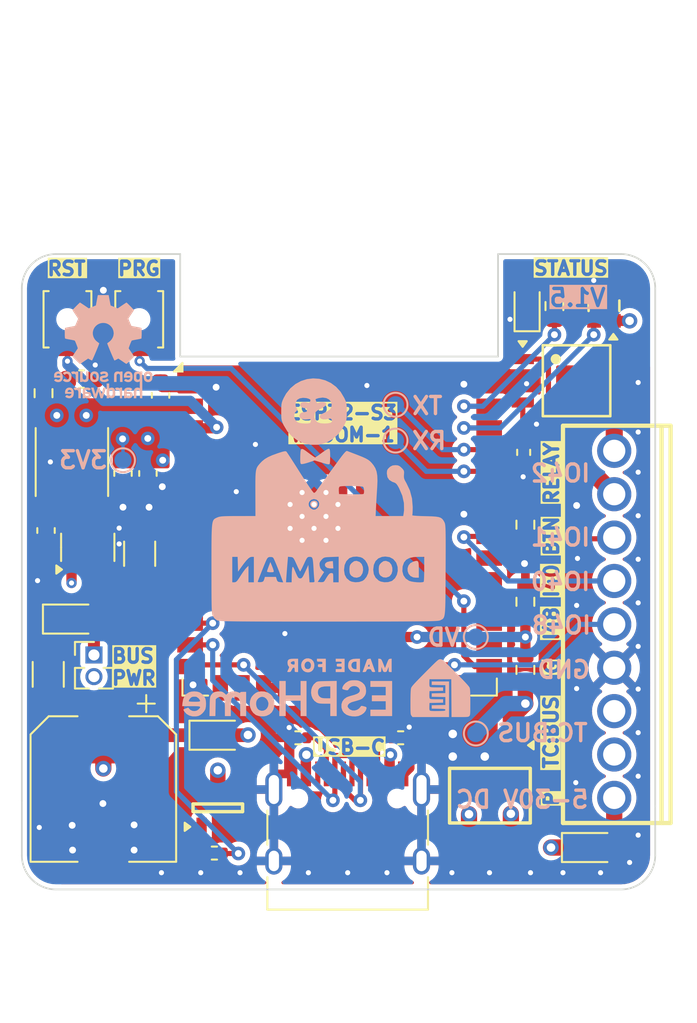
<source format=kicad_pcb>
(kicad_pcb (version 20240108) (generator "pcbnew") (generator_version "8.0")
  (title_block (title "Doorman S3") (date "2024-10-20") (rev "1.5") (comment 1 "TC:Bus Intercom Gateway"))
  (layers (0 "F.Cu" signal) (1 "In1.Cu" signal) (2 "In2.Cu" signal) (31 "B.Cu" signal) (34 "B.Paste" user) (35 "F.Paste" user) (36 "B.SilkS" user "B.Silkscreen") (37 "F.SilkS" user "F.Silkscreen") (38 "B.Mask" user) (39 "F.Mask" user) (44 "Edge.Cuts" user))
  (net 0 "")
  (net 1 "/EN")
  (net 2 "GND")
  (net 3 "+3.3V")
  (net 4 "/IO0")
  (net 11 "+5V")
  (net 12 "+24V Bus")
  (net 13 "IO38")
  (net 14 "TX")
  (net 15 "USB_D+")
  (net 16 "USB_D-")
  (net 17 "RX")
  (net 18 "IO1")
  (net 19 "IO2")
  (net 20 "IO5")
  (net 21 "IO6")
  (net 23 "IO40")
  (net 24 "IO41")
  (net 25 "Net-(Q1-B)")
  (net 26 "Net-(U2-BST)")
  (net 27 "Net-(U2-SW)")
  (net 28 "Net-(D4-A)")
  (net 29 "Net-(J1-CC1)")
  (net 32 "Net-(J1-CC2)")
  (net 34 "Net-(R9-Pad1)")
  (net 35 "IO8")
  (net 36 "BUS_WIRE1")
  (net 37 "BUS_WIRE2")
  (net 38 "IO10")
  (net 39 "IO47")
  (net 40 "IO48")
  (net 41 "IO14")
  (net 42 "IO21")
  (net 43 "RELAY_WIRE1")
  (net 44 "RELAY_WIRE2")
  (net 45 "VCC")
  (net 46 "IO42")
  (net 47 "IO7")
  (net 48 "IO4")
  (net 49 "IO11")
  (net 50 "IO15")
  (net 51 "IO18")
  (net 52 "IO17")
  (net 53 "IO12")
  (net 54 "IO13")
  (net 55 "IO16")
  (net 56 "Net-(J2-Pin_7)")
  (net 57 "Net-(D1-K)")
  (net 58 "Net-(D6-A)")
  (net 59 "Net-(D6-K)")
  (footprint "Resistor_SMD:R_0603_1608Metric" (layer "F.Cu") (at 156.3 92.525 90)
    (property "Reference" "R8" (hide yes))
    (property "Value" "10K")
  )
  (footprint "Inductor_SMD:L_Abracon_ASPI-4030S" (layer "F.Cu") (at 129.76 88.856489 90)
    (property "Reference" "L1" (hide yes))
    (property "Value" "3.9uH")
  )
  (footprint "Connector_USB:USB_C_Receptacle_HRO_TYPE-C-31-M-12" (layer "F.Cu") (at 145.9 111.16)
    (property "Reference" "J1" (hide yes))
    (property "Value" "USB_C_Receptacle_USB2.0")
  )
  (footprint "Capacitor_SMD:CP_Elec_8x10" (layer "F.Cu") (at 131.6 108 -90)
    (property "Reference" "C3" (hide yes))
    (property "Value" "470uF")
  )
  (footprint "Resistor_SMD:R_0603_1608Metric" (layer "F.Cu") (at 158 79.725 90)
    (property "Reference" "R7" (hide yes))
    (property "Value" "470")
  )
  (footprint "Capacitor_SMD:C_1206_3216Metric" (layer "F.Cu") (at 133.725 94.225 90)
    (property "Reference" "C4" (hide yes))
    (property "Value" "10uF")
  )
  (footprint "Resistor_SMD:R_0402_1005Metric" (layer "F.Cu") (at 149 105 180)
    (property "Reference" "R4" (hide yes))
    (property "Value" "5.1K")
  )
  (footprint "Button_Switch_SMD:SW_SPST_B3U-1000P-B" (layer "F.Cu") (at 129.5 80.5 90)
    (property "Reference" "SW1" (hide yes))
    (property "Value" "Button")
  )
  (footprint "Diode_SMD:D_SOD-323" (layer "F.Cu") (at 160.05 111.425)
    (property "Reference" "D5" (hide yes))
    (property "Value" "1N5819WS")
  )
  (footprint "Doorman:CONN-TH_9P-P2.54_KF128-2.54-9P" (layer "F.Cu") (at 161.5 98.36 90)
    (property "Reference" "J2" (hide yes))
    (property "Value" "Terminal")
  )
  (footprint "Resistor_SMD:R_0603_1608Metric" (layer "F.Cu") (at 128.1 84.825 90)
    (property "Reference" "R1" (hide yes))
    (property "Value" "10K")
  )
  (footprint "Diode_SMD:D_SOD-323" (layer "F.Cu") (at 129.675 98.05)
    (property "Reference" "D6" (hide yes))
    (property "Value" "1N5819WS")
  )
  (footprint "Resistor_SMD:R_0402_1005Metric" (layer "F.Cu") (at 156.2 88.29 -90)
    (property "Reference" "R9" (hide yes))
    (property "Value" "150")
  )
  (footprint "Doorman:LED-SMD_4P-L2.0-W1.8_CY-0807" (layer "F.Cu") (at 160.9 79.7 -90)
    (property "Reference" "D3" (hide yes))
    (property "Value" "WS2812B")
  )
  (footprint "Doorman:SOP-4_L4.4-W4.0-P2.54-LS7.0-TL" (layer "F.Cu") (at 159.3 84.1)
    (property "Reference" "U3" (hide yes))
    (property "Value" "GAQY252G3S")
  )
  (footprint "Resistor_SMD:R_0603_1608Metric" (layer "F.Cu") (at 156.3 101.025 90)
    (property "Reference" "R5" (hide yes))
    (property "Value" "1M")
  )
  (footprint "Resistor_SMD:R_0402_1005Metric" (layer "F.Cu") (at 142.99 105 180)
    (property "Reference" "R3" (hide yes))
    (property "Value" "5.1K")
  )
  (footprint "Capacitor_SMD:C_0603_1608Metric" (layer "F.Cu") (at 130.325 84)
    (property "Reference" "C1" (hide yes))
    (property "Value" "100nF")
  )
  (footprint "Button_Switch_SMD:SW_SPST_B3U-1000P-B" (layer "F.Cu") (at 133.7 80.5 90)
    (property "Reference" "SW2" (hide yes))
    (property "Value" "Button" (hide yes))
  )
  (footprint "Doorman:SOT95P230X110-3N" (layer "F.Cu") (at 138.3 109.1 90)
    (property "Reference" "Q1" (hide yes))
    (property "Value" "BC817" (hide yes))
  )
  (footprint "Capacitor_SMD:C_0603_1608Metric" (layer "F.Cu") (at 128.244998 92.865001 90)
    (property "Reference" "C5" (hide yes))
    (property "Value" "100nF")
  )
  (footprint "Package_TO_SOT_SMD:TSOT-23-6" (layer "F.Cu") (at 130.6875 93.85 90)
    (property "Reference" "U2" (hide yes))
    (property "Value" "AP63203WU")
  )
  (footprint "Diode_SMD:D_SOD-323" (layer "F.Cu") (at 138.25 104.85)
    (property "Reference" "D1" (hide yes))
    (property "Value" "1N5819WS")
  )
  (footprint "RF_Module:ESP32-S3-WROOM-1" (layer "F.Cu") (at 145.43033 89.58)
    (property "Reference" "U1" (hide yes))
    (property "Value" "ESP32-S3-WROOM-1")
  )
  (footprint "Capacitor_SMD:C_0603_1608Metric" (layer "F.Cu") (at 132.75 89.525 -90)
    (property "Reference" "C7" (hide yes))
    (property "Value" "22uF")
  )
  (footprint "Connector_PinHeader_1.27mm:PinHeader_1x02_P1.27mm_Vertical" (layer "F.Cu") (at 131.05 100.15)
    (property "Reference" "JP1" (hide yes))
    (property "Value" "Bus power Jumper")
  )
  (footprint "Resistor_SMD:R_1206_3216Metric" (layer "F.Cu") (at 128.375 101.2875 -90)
    (property "Reference" "R10" (hide yes))
    (property "Value" "62")
  )
  (footprint "Capacitor_SMD:C_0603_1608Metric" (layer "F.Cu") (at 134.21 89.525 -90)
    (property "Reference" "C6" (hide yes))
    (property "Value" "22uF")
  )
  (footprint "Resistor_SMD:R_0402_1005Metric" (layer "F.Cu") (at 138.1 111.75)
    (property "Reference" "R2" (hide yes))
    (property "Value" "1K")
  )
  (footprint "Doorman:SOP245P670X290-4N" (layer "F.Cu") (at 154.225 108.388 -90)
    (property "Reference" "D2" (hide yes))
    (property "Value" "MB6S" (hide yes))
  )
  (footprint "LED_SMD:LED_0603_1608Metric" (layer "F.Cu") (at 156.4 79.7125 90)
    (property "Reference" "D4" (hide yes))
    (property "Value" "Red")
  )
  (footprint "Resistor_SMD:R_0603_1608Metric" (layer "F.Cu") (at 156.3 97.0375 90)
    (property "Reference" "R6" (hide yes))
    (property "Value" "160K")
  )
  (footprint "Capacitor_SMD:C_0603_1608Metric" (layer "F.Cu") (at 134.95 84.95 -90)
    (property "Reference" "C2" (hide yes))
    (property "Value" "100nF")
  )
  (footprint "TestPoint:TestPoint_Pad_D1.0mm" (layer "B.Cu") (at 132.75 88.75 180)
    (property "Reference" "J3" (hide yes))
    (property "Value" "3V3 Test Pad")
  )
  (footprint "TestPoint:TestPoint_Pad_D1.0mm" (layer "B.Cu") (at 148.7 87.6 90)
    (property "Reference" "J5" (hide yes))
    (property "Value" "RX Test Pad")
  )
  (footprint "TestPoint:TestPoint_Pad_D1.0mm" (layer "B.Cu") (at 153.4 99.1 180)
    (property "Reference" "J7" (hide yes))
    (property "Value" "BUS RX Test Pad")
  )
  (footprint "TestPoint:TestPoint_Pad_D1.0mm" (layer "B.Cu") (at 148.7 85.5 90)
    (property "Reference" "J4" (hide yes))
    (property "Value" "TX Test Pad")
  )
  (footprint "Doorman:doorman-s3-2" (layer "B.Cu") (at 144.83033 91.25 180)
    (property "Reference" "G***" (hide yes))
    (property "Value" "LOGO" (hide yes))
  )
  (footprint "Symbol:OSHW-Logo_5.7x6mm_SilkScreen" (layer "B.Cu") (at 131.6 82.1 180)
    (property "Reference" "REF**" (hide yes))
    (property "Value" "OSHW-Logo_5.7x6mm_SilkScreen" (hide yes))
  )
  (footprint "Doorman:esphome" (layer "B.Cu") (at 144.65 102.05 180)
    (property "Reference" "G***" (hide yes))
    (property "Value" "LOGO" (hide yes))
  )
  (footprint "TestPoint:TestPoint_Pad_D1.0mm" (layer "B.Cu") (at 153.4 104.75 180)
    (property "Reference" "J6" (hide yes))
    (property "Value" "BUS Test Pad")
  )
  (gr_line (start 126.83033 108.68) (end 126.83033 111.88) (stroke (width 0.1)) (layer "Edge.Cuts"))
  (gr_line (start 163.9 109) (end 163.9 111.88) (stroke (width 0.1)) (layer "Edge.Cuts"))
  (gr_arc (start 163.9 111.88) (mid 163.314215 113.294224) (end 161.9 113.88) (stroke (width 0.1)) (layer "Edge.Cuts"))
  (gr_line (start 126.83033 108.68) (end 126.83033 78.68) (stroke (width 0.1)) (layer "Edge.Cuts"))
  (gr_line (start 154.7 76.68) (end 154.7 82.68) (stroke (width 0.1)) (layer "Edge.Cuts"))
  (gr_line (start 154.7 82.68) (end 136.1 82.68) (stroke (width 0.1)) (layer "Edge.Cuts"))
  (gr_arc (start 126.83033 78.68) (mid 127.416116 77.265786) (end 128.83033 76.68) (stroke (width 0.1)) (layer "Edge.Cuts"))
  (gr_line (start 161.9 113.88) (end 128.83033 113.88) (stroke (width 0.1)) (layer "Edge.Cuts"))
  (gr_line (start 163.899999 78.7) (end 163.9 109) (stroke (width 0.1)) (layer "Edge.Cuts"))
  (gr_arc (start 128.83033 113.88) (mid 127.416116 113.294214) (end 126.83033 111.88) (stroke (width 0.1)) (layer "Edge.Cuts"))
  (gr_arc (start 161.9 76.679871) (mid 163.321339 77.272795) (end 163.899999 78.7) (stroke (width 0.1)) (layer "Edge.Cuts"))
  (gr_line (start 128.83033 76.68) (end 136.1 76.68) (stroke (width 0.1)) (layer "Edge.Cuts"))
  (gr_line (start 136.1 82.68) (end 136.1 76.68) (stroke (width 0.1)) (layer "Edge.Cuts"))
  (gr_line (start 154.7 76.68) (end 161.9 76.68) (stroke (width 0.1)) (layer "Edge.Cuts"))
  (gr_text "TX" (at 151.55 86.15 0) (layer "B.SilkS") (effects (font (size 1 1) (thickness 0.2)) (justify left bottom mirror)))
  (gr_text "VD" (at 152.58 99.71 0) (layer "B.SilkS") (effects (font (size 1 1) (thickness 0.2)) (justify left bottom mirror)))
  (gr_text "GND" (at 160.2 101.6 0) (layer "B.SilkS") (effects (font (size 1 1) (thickness 0.2)) (justify left bottom mirror)))
  (gr_text "IO41" (at 160.2 93.85 0) (layer "B.SilkS") (effects (font (size 1 1) (thickness 0.2)) (justify left bottom mirror)))
  (gr_text "IO48" (at 160.25 99 0) (layer "B.SilkS") (effects (font (size 1 1) (thickness 0.2)) (justify left bottom mirror)))
  (gr_text "IO42" (at 160.2 90.1 0) (layer "B.SilkS") (effects (font (size 1 1) (thickness 0.2)) (justify left bottom mirror)))
  (gr_text "TC:BUS" (at 160.05 105.3 0) (layer "B.SilkS") (effects (font (size 1 1) (thickness 0.2)) (justify left bottom mirror)))
  (gr_text "5-30V DC" (at 160.1 109.2 0) (layer "B.SilkS") (effects (font (size 1 1) (thickness 0.2)) (justify left bottom mirror)))
  (gr_text "V${REVISION}" (at 161.1 79.825 0) (layer "B.SilkS" knockout) (effects (font (size 1 1) (thickness 0.2)) (justify left bottom mirror)))
  (gr_text "IO40" (at 160.2 96.45 0) (layer "B.SilkS") (effects (font (size 1 1) (thickness 0.2)) (justify left bottom mirror)))
  (gr_text "RX" (at 151.775 88.2 0) (layer "B.SilkS") (effects (font (size 1 1) (thickness 0.2)) (justify left bottom mirror)))
  (gr_text "3V3" (at 131.925 89.325 0) (layer "B.SilkS") (effects (font (size 1 1) (thickness 0.2)) (justify left bottom mirror)))
  (gr_text "TC:BUS" (at 158.275 106.9 90) (layer "F.SilkS" knockout) (effects (font (size 0.8 0.8) (thickness 0.2) (bold yes)) (justify left bottom)))
  (gr_text "USB-C" (at 143.75 106.025 0) (layer "F.SilkS" knockout) (effects (font (size 0.8 0.8) (thickness 0.2) (bold yes)) (justify left bottom)))
  (gr_text "P" (at 158.3 109.1 90) (layer "F.SilkS" knockout) (effects (font (size 0.8 0.8) (thickness 0.2) (bold yes)) (justify left bottom)))
  (gr_text "RELAY" (at 158.3 91.425 90) (layer "F.SilkS" knockout) (effects (font (size 0.8 0.8) (thickness 0.2) (bold yes)) (justify left bottom)))
  (gr_text "ESP32-S3\nWROOM-1" (at 145.6 87.725 0) (layer "F.SilkS" knockout) (effects (font (size 0.8 0.8) (thickness 0.2)) (justify bottom)))
  (gr_text "BUS\nPWR" (at 132 101.975 0) (layer "F.SilkS" knockout) (effects (font (size 0.8 0.8) (thickness 0.2) (bold yes)) (justify left bottom)))
  (gr_text "STATUS" (at 156.7 77.975 0) (layer "F.SilkS" knockout) (effects (font (size 0.8 0.8) (thickness 0.2) (bold yes)) (justify left bottom)))
  (gr_text "RST" (at 128.225 78 0) (layer "F.SilkS" knockout) (effects (font (size 0.8 0.8) (thickness 0.2) (bold yes)) (justify left bottom)))
  (gr_text "PRG" (at 132.35 78 0) (layer "F.SilkS" knockout) (effects (font (size 0.8 0.8) (thickness 0.2) (bold yes)) (justify left bottom)))
  (gr_text "G" (at 158.35 101.4 90) (layer "F.SilkS" knockout) (effects (font (size 0.8 0.8) (thickness 0.2) (bold yes)) (justify left bottom)))
  (gr_text "BTN" (at 158.3 94.45 90) (layer "F.SilkS" knockout) (effects (font (size 0.8 0.8) (thickness 0.2) (bold yes)) (justify left bottom)))
  (gr_text "I48" (at 158.3 99.4 90) (layer "F.SilkS" knockout) (effects (font (size 0.8 0.8) (thickness 0.2) (bold yes)) (justify left bottom)))
  (gr_text "I40" (at 158.3 96.9 90) (layer "F.SilkS" knockout) (effects (font (size 0.8 0.8) (thickness 0.2) (bold yes)) (justify left bottom)))
  (segment (start 129.55 83) (end 129.55 84) (width 0.3) (layer "F.Cu") (net 1))
  (segment (start 138.17 86.88) (end 136.69533 86.88) (width 0.6) (layer "F.Cu") (net 1))
  (segment (start 129.5 82.95) (end 129.5 82.2) (width 0.3) (layer "F.Cu") (net 1))
  (segment (start 129.5 82.95) (end 129.55 83) (width 0.3) (layer "F.Cu") (net 1))
  (segment (start 129.55 84) (end 128.1 84) (width 0.8) (layer "F.Cu") (net 1))
  (segment (start 138.23 86.82) (end 138.17 86.88) (width 0.6) (layer "F.Cu") (net 1))
  (via (at 138.23 86.82) (size 0.8) (drill 0.4) (layers "F.Cu" "B.Cu") (net 1))
  (via (at 129.5 82.95) (size 0.6) (drill 0.3) (layers "F.Cu" "B.Cu") (net 1))
  (segment (start 129.5 82.95) (end 129.5 83.15) (width 0.6) (layer "B.Cu") (net 1))
  (segment (start 129.5 83.15) (end 131.625 85.275) (width 0.6) (layer "B.Cu") (net 1))
  (segment (start 131.625 85.275) (end 136.685 85.275) (width 0.6) (layer "B.Cu") (net 1))
  (segment (start 136.685 85.275) (end 138.23 86.82) (width 0.6) (layer "B.Cu") (net 1))
  (segment (start 135.095 84.32) (end 134.95 84.175) (width 0.9) (layer "F.Cu") (net 2))
  (segment (start 131.125 83.175) (end 131.125 84.025) (width 0.6) (layer "F.Cu") (net 2))
  (segment (start 149.15 107.115) (end 149.51 106.755) (width 0.6) (layer "F.Cu") (net 2))
  (segment (start 131.6 78.8) (end 133.7 78.8) (width 0.6) (layer "F.Cu") (net 2))
  (segment (start 142.48 106.945) (end 142.65 107.115) (width 0.6) (layer "F.Cu") (net 2))
  (segment (start 142.48 105) (end 142.48 106.945) (width 0.6) (layer "F.Cu") (net 2))
  (segment (start 160.3 78.79) (end 160.31 78.8) (width 0.6) (layer "F.Cu") (net 2))
  (segment (start 149.51 106.755) (end 149.51 105) (width 0.6) (layer "F.Cu") (net 2))
  (segment (start 160.31 78.8) (end 160.32 78.81) (width 0.2) (layer "F.Cu") (net 2))
  (segment (start 160.3 78.225) (end 160.3 78.79) (width 0.6) (layer "F.Cu") (net 2))
  (segment (start 155.4 80.5) (end 156.4 80.5) (width 0.6) (layer "F.Cu") (net 2))
  (segment (start 131.125 84.025) (end 131.1 84.05) (width 0.2) (layer "F.Cu") (net 2))
  (segment (start 154.16033 84.3) (end 154.18033 84.32) (width 0.2) (layer "F.Cu") (net 2))
  (segment (start 152.7 84.3) (end 154.16033 84.3) (width 0.8) (layer "F.Cu") (net 2))
  (segment (start 136.68033 84.32) (end 135.095 84.32) (width 0.9) (layer "F.Cu") (net 2))
  (segment (start 131.6 78.8) (end 129.5 78.8) (width 0.6) (layer "F.Cu") (net 2))
  (via (at 148.2 112.9) (size 0.6) (drill 0.3) (layers "F.Cu" "B.Cu") (net 2))
  (via (at 156.25 94.8) (size 0.8) (drill 0.4) (layers "F.Cu" "B.Cu") (net 2))
  (via (at 162.9 99.65) (size 0.6) (drill 0.3) (layers "F.Cu" "B.Cu") (net 2))
  (via (at 132.75 91.5) (size 0.8) (drill 0.4) (layers "F.Cu" "B.Cu") (net 2))
  (via (at 162.9 97.1) (size 0.6) (drill 0.3) (layers "F.Cu" "B.Cu") (net 2))
  (via (at 131.6 78.8) (size 0.8) (drill 0.4) (layers "F.Cu" "B.Cu") (net 2))
  (via (at 152.05 106.1) (size 0.9) (drill 0.5) (layers "F.Cu" "B.Cu") (net 2))
  (via (at 162.9 107.25) (size 0.6) (drill 0.3) (layers "F.Cu" "B.Cu") (net 2))
  (via (at 133.4 110.1) (size 0.8) (drill 0.4) (layers "F.Cu" "B.Cu") (net 2))
  (via (at 160.3 78.225) (size 0.6) (drill 0.3) (layers "F.Cu" "B.Cu") (net 2))
  (via (at 158.5 112.9) (size 0.6) (drill 0.3) (layers "F.Cu" "B.Cu") (net 2))
  (via (at 156.6 112.9) (size 0.6) (drill 0.3) (layers "F.Cu" "B.Cu") (net 2))
  (via (at 134.275 91.5) (size 0.8) (drill 0.4) (layers "F.Cu" "B.Cu") (net 2))
  (via (at 147.025 84.375) (size 0.6) (drill 0.3) (layers "F.Cu" "B.Cu") (net 2))
  (via (at 162.9 102.15) (size 0.6) (drill 0.3) (layers "F.Cu" "B.Cu") (net 2))
  (via (at 152.7 84.3) (size 0.8) (drill 0.4) (layers "F.Cu" "B.Cu") (net 2))
  (via (at 136.85 101.9) (size 0.8) (drill 0.4) (layers "F.Cu" "B.Cu") (net 2))
  (via (at 159.25 107.625) (size 0.6) (drill 0.3) (layers "F.Cu" "B.Cu") (net 2))
  (via (at 145.9 112.9) (size 0.6) (drill 0.3) (layers "F.Cu" "B.Cu") (net 2))
  (via (at 133.4 111.575) (size 0.8) (drill 0.4) (layers "F.Cu" "B.Cu") (net 2))
  (via (at 162.9 94.55) (size 0.6) (drill 0.3) (layers "F.Cu" "B.Cu") (net 2))
  (via (at 131.125 83.175) (size 0.6) (drill 0.3) (layers "F.Cu" "B.Cu") (net 2))
  (via (at 152 112.9) (size 0.6) (drill 0.3) (layers "F.Cu" "B.Cu") (net 2))
  (via (at 129.8 111.575) (size 0.8) (drill 0.4) (layers "F.Cu" "B.Cu") (net 2))
  (via (at 135.05 90.3) (size 0.8) (drill 0.4) (layers "F.Cu" "B.Cu") (net 2))
  (via (at 132.525 93.65) (size 0.6) (drill 0.3) (layers "F.Cu" "B.Cu") (net 2))
  (via (at 156.369669 84.269669) (size 0.6) (drill 0.3) (layers "F.Cu" "B.Cu") (net 2))
  (via (at 137.3 112.9) (size 0.6) (drill 0.3) (layers "F.Cu" "B.Cu") (net 2))
  (via (at 159.35 94.5) (size 0.6) (drill 0.3) (layers "F.Cu" "B.Cu") (net 2))
  (via (at 139.38 90.59) (size 0.6) (drill 0.3) (layers "F.Cu" "B.Cu") (net 2))
  (via (at 162.4 112.3) (size 0.6) (drill 0.3) (layers "F.Cu" "B.Cu") (net 2))
  (via (at 139.6 112.9) (size 0.6) (drill 0.3) (layers "F.Cu" "B.Cu") (net 2))
  (via (at 142.475 104.4) (size 0.6) (drill 0.3) (layers "F.Cu" "B.Cu") (net 2))
  (via (at 152.05 104.775) (size 0.9) (drill 0.5) (layers "F.Cu" "B.Cu") (net 2))
  (via (at 162.9 84.2) (size 0.6) (drill 0.3) (layers "F.Cu" "B.Cu") (net 2))
  (via (at 155.4 80.5) (size 0.6) (drill 0.3) (layers "F.Cu" "B.Cu") (net 2))
  (via (at 162.9 87.1) (size 0.6) (drill 0.3) (layers "F.Cu" "B.Cu") (net 2))
  (via (at 131.575 108.85) (size 0.8) (drill 0.4) (layers "F.Cu" "B.Cu") (net 2))
  (via (at 153.925 106.1) (size 0.9) (drill 0.5) (layers "F.Cu" "B.Cu") (net 2))
  (via (at 135 112.9) (size 0.6) (drill 0.3) (layers "F.Cu" "B.Cu") (net 2))
  (via (at 142.225 98.9) (size 0.6) (drill 0.3) (layers "F.Cu" "B.Cu") (net 2))
  (via (at 143.6 112.9) (size 0.6) (drill 0.3) (layers "F.Cu" "B.Cu") (net 2))
  (via (at 140.5 87.825) (size 0.6) (drill 0.3) (layers "F.Cu" "B.Cu") (net 2))
  (via (at 160.7 112.9) (size 0.6) (drill 0.3) (layers "F.Cu" "B.Cu") (net 2))
  (via (at 159.3 91.4) (size 0.8) (drill 0.4) (layers "F.Cu" "B.Cu") (net 2))
  (via (at 138.2 84.475) (size 0.8) (drill 0.4) (layers "F.Cu" "B.Cu") (net 2))
  (via (at 149.5 104.375) (size 0.6) (drill 0.3) (layers "F.Cu" "B.Cu") (net 2))
  (via (at 162.9 92) (size 0.6) (drill 0.3) (layers "F.Cu" "B.Cu") (net 2))
  (via (at 128.5 88.85) (size 0.6) (drill 0.3) (layers "F.Cu" "B.Cu") (net 2))
  (via (at 162.9 89.45) (size 0.6) (drill 0.3) (layers "F.Cu" "B.Cu") (net 2))
  (via (at 127.85 110.25) (size 0.6) (drill 0.3) (layers "F.Cu" "B.Cu") (net 2))
  (via (at 156.95 86.64) (size 0.6) (drill 0.3) (layers "F.Cu" "B.Cu") (net 2))
  (via (at 127.75 95.8) (size 0.6) (drill 0.3) (layers "F.Cu" "B.Cu") (net 2))
  (via (at 159.3 102.12) (size 0.6) (drill 0.3) (layers "F.Cu" "B.Cu") (net 2))
  (via (at 132.525 92.725) (size 0.6) (drill 0.3) (layers "F.Cu" "B.Cu") (net 2))
  (via (at 159.3 97.25) (size 0.6) (drill 0.3) (layers "F.Cu" "B.Cu") (net 2))
  (via (at 154.2 112.9) (size 0.6) (drill 0.3) (layers "F.Cu" "B.Cu") (net 2))
  (via (at 156.17 89.72) (size 0.6) (drill 0.3) (layers "F.Cu" "B.Cu") (net 2))
  (via (at 162.9 104.7) (size 0.6) (drill 0.3) (layers "F.Cu" "B.Cu") (net 2))
  (via (at 162.9 110.7) (size 0.6) (drill 0.3) (layers "F.Cu" "B.Cu") (net 2))
  (via (at 152.7 91.91) (size 0.8) (drill 0.4) (layers "F.Cu" "B.Cu") (net 2))
  (via (at 129.775 110.125) (size 0.8) (drill 0.4) (layers "F.Cu" "B.Cu") (net 2))
  (segment (start 136.68033 85.59) (end 135.085 85.59) (width 0.9) (layer "F.Cu") (net 3))
  (segment (start 129.737501 95.937501) (end 129.737501 94.9875) (width 0.6) (layer "F.Cu") (net 3))
  (segment (start 162.4 80.59) (end 161.48 80.59) (width 0.6) (layer "F.Cu") (net 3))
  (segment (start 135.085 85.59) (end 134.95 85.725) (width 0.9) (layer "F.Cu") (net 3))
  (via (at 130.6 86.125) (size 0.8) (drill 0.4) (layers "F.Cu" "B.Cu") (net 3))
  (via (at 128.875 86.125) (size 0.8) (drill 0.4) (layers "F.Cu" "B.Cu") (net 3))
  (via (at 129.737501 95.937501) (size 0.6) (drill 0.3) (layers "F.Cu" "B.Cu") (net 3))
  (via (at 134.2 87.475) (size 0.8) (drill 0.4) (layers "F.Cu" "B.Cu") (net 3))
  (via (at 132.725 87.5) (size 0.8) (drill 0.4) (layers "F.Cu" "B.Cu") (net 3))
  (via (at 135.075 88.75) (size 0.8) (drill 0.4) (layers "F.Cu" "B.Cu") (net 3))
  (via (at 162.4 80.59) (size 0.9) (drill 0.5) (layers "F.Cu" "B.Cu") (net 3))
  (segment (start 132.75 87.25) (end 132.75 88.75) (width 0.2) (layer "B.Cu") (net 3))
  (segment (start 153.330663 100.83) (end 154.18033 100.83) (width 0.3) (layer "F.Cu") (net 4))
  (segment (start 153.55033 100.84) (end 154.18033 100.84) (width 0.3) (layer "F.Cu") (net 4))
  (segment (start 133.7 82.925) (end 133.7 82.2) (width 0.3) (layer "F.Cu") (net 4))
  (segment (start 133.725 82.95) (end 133.7 82.925) (width 0.3) (layer "F.Cu") (net 4))
  (segment (start 152.7 100.199337) (end 153.330663 100.83) (width 0.3) (layer "F.Cu") (net 4))
  (segment (start 152.7 97) (end 152.7 100.199337) (width 0.3) (layer "F.Cu") (net 4))
  (segment (start 154.18033 100.83) (end 154.73033 100.83) (width 0.3) (layer "F.Cu") (net 4))
  (via (at 133.725 82.95) (size 0.6) (drill 0.3) (layers "F.Cu" "B.Cu") (net 4))
  (via (at 152.7 97) (size 0.8) (drill 0.4) (layers "F.Cu" "B.Cu") (net 4))
  (segment (start 139.075 83.375) (end 152.7 97) (width 0.3) (layer "B.Cu") (net 4))
  (segment (start 134.15 83.375) (end 139.075 83.375) (width 0.3) (layer "B.Cu") (net 4))
  (segment (start 133.725 82.95) (end 134.15 83.375) (width 0.3) (layer "B.Cu") (net 4))
  (segment (start 143.485486 105.992789) (end 143.485486 105.992329) (width 0.6) (layer "F.Cu") (net 11))
  (segment (start 140.05 104.85) (end 139.3 104.85) (width 0.8) (layer "F.Cu") (net 11))
  (segment (start 140.065207 104.834793) (end 140.05 104.85) (width 0.8) (layer "F.Cu") (net 11))
  (segment (start 143.485486 105.992329) (end 143.383157 105.89) (width 0.6) (layer "F.Cu") (net 11))
  (segment (start 148.39914 105.994113) (end 148.35 106.043253) (width 0.6) (layer "F.Cu") (net 11))
  (segment (start 143.485486 105.992789) (end 143.45 106.028275) (width 0.6) (layer "F.Cu") (net 11))
  (segment (start 148.35 106.043253) (end 148.35 107.115) (width 0.6) (layer "F.Cu") (net 11))
  (segment (start 143.45 106.028275) (end 143.45 107.115) (width 0.6) (layer "F.Cu") (net 11))
  (via (at 140.065207 104.834793) (size 0.9) (drill 0.5) (layers "F.Cu" "B.Cu") (net 11))
  (via (at 143.485486 105.992789) (size 0.9) (drill 0.5) (layers "F.Cu" "B.Cu") (net 11))
  (via (at 148.39914 105.994113) (size 0.8) (drill 0.4) (layers "F.Cu" "B.Cu") (net 11))
  (segment (start 155.45 103.85) (end 156.3 103) (width 0.95) (layer "F.Cu") (net 12))
  (segment (start 155.45 105.476) (end 155.45 103.85) (width 0.95) (layer "F.Cu") (net 12))
  (segment (start 138.3 106.9) (end 138.3 108) (width 0.9) (layer "F.Cu") (net 12))
  (segment (start 156.3 101.85) (end 156.3 103) (width 0.9) (layer "F.Cu") (net 12))
  (via (at 138.3 106.9) (size 0.9) (drill 0.5) (layers "F.Cu" "B.Cu") (net 12))
  (via (at 156.3 103) (size 0.9) (drill 0.5) (layers "F.Cu" "B.Cu") (net 12))
  (segment (start 156.3 103) (end 155.15 103) (width 0.9) (layer "B.Cu") (net 12))
  (segment (start 155.15 103) (end 153.4 104.75) (width 0.9) (layer "B.Cu") (net 12))
  (segment (start 152.7 88.13) (end 154.18033 88.13) (width 0.3) (layer "F.Cu") (net 14))
  (segment (start 154.18033 88.13) (end 153.64033 88.13) (width 0.3) (layer "F.Cu") (net 14))
  (segment (start 154.18533 88.14) (end 154.19533 88.15) (width 0.3) (layer "F.Cu") (net 14))
  (via (at 152.7 88.13) (size 0.8) (drill 0.4) (layers "F.Cu" "B.Cu") (net 14))
  (segment (start 148.825 85.5) (end 148.7 85.5) (width 0.3) (layer "B.Cu") (net 14))
  (segment (start 151.455 88.13) (end 148.825 85.5) (width 0.3) (layer "B.Cu") (net 14))
  (segment (start 152.7 88.13) (end 151.455 88.13) (width 0.3) (layer "B.Cu") (net 14))
  (segment (start 139.81 100.729998) (end 136.780332 100.729998) (width 0.3) (layer "F.Cu") (net 15))
  (segment (start 146.65 108.65) (end 146.65 106.815) (width 0.3) (layer "F.Cu") (net 15))
  (segment (start 146.64 108.66) (end 146.65 108.65) (width 0.3) (layer "F.Cu") (net 15))
  (segment (start 145.65 106.815) (end 145.65 107.99) (width 0.3) (layer "F.Cu") (net 15))
  (segment (start 139.803553 100.729998) (end 139.81 100.729998) (width 0.3) (layer "F.Cu") (net 15))
  (segment (start 145.65 107.99) (end 146.32 108.66) (width 0.3) (layer "F.Cu") (net 15))
  (segment (start 136.780332 100.729998) (end 136.68033 100.83) (width 0.3) (layer "F.Cu") (net 15))
  (segment (start 146.32 108.66) (end 146.64 108.66) (width 0.3) (layer "F.Cu") (net 15))
  (via (at 146.64 108.66) (size 0.8) (drill 0.4) (layers "F.Cu" "B.Cu") (net 15))
  (via (at 139.81 100.729998) (size 0.8) (drill 0.4) (layers "F.Cu" "B.Cu") (net 15))
  (segment (start 139.81 100.729998) (end 139.81 100.736445) (width 0.3) (layer "B.Cu") (net 15))
  (segment (start 146.64 107.566445) (end 146.64 108.66) (width 0.3) (layer "B.Cu") (net 15))
  (segment (start 139.81 100.736445) (end 146.64 107.566445) (width 0.3) (layer "B.Cu") (net 15))
  (segment (start 145.15 108.546692) (end 145.15 106.04) (width 0.3) (layer "F.Cu") (net 16))
  (segment (start 138 99.56) (end 136.68033 99.56) (width 0.3) (layer "F.Cu") (net 16))
  (segment (start 146.15 106.04) (end 146.15 107.115) (width 0.3) (layer "F.Cu") (net 16))
  (segment (start 145.15 106.04) (end 146.15 106.04) (width 0.3) (layer "F.Cu") (net 16))
  (segment (start 145.036692 108.66) (end 145.15 108.546692) (width 0.3) (layer "F.Cu") (net 16))
  (via (at 138 99.56) (size 0.8) (drill 0.4) (layers "F.Cu" "B.Cu") (net 16))
  (via (at 145.036692 108.66) (size 0.8) (drill 0.4) (layers "F.Cu" "B.Cu") (net 16))
  (segment (start 138 101.638214) (end 145.021786 108.66) (width 0.3) (layer "B.Cu") (net 16))
  (segment (start 145.021786 108.66) (end 145.036692 108.66) (width 0.3) (layer "B.Cu") (net 16))
  (segment (start 138 99.56) (end 138 101.638214) (width 0.3) (layer "B.Cu") (net 16))
  (segment (start 154.18533 89.41) (end 154.19533 89.42) (width 0.3) (layer "F.Cu") (net 17))
  (segment (start 152.7 89.4) (end 154.18033 89.4) (width 0.3) (layer "F.Cu") (net 17))
  (via (at 152.7 89.4) (size 0.8) (drill 0.4) (layers "F.Cu" "B.Cu") (net 17))
  (segment (start 152.7 89.4) (end 150.5 89.4) (width 0.3) (layer "B.Cu") (net 17))
  (segment (start 150.5 89.4) (end 148.7 87.6) (width 0.3) (layer "B.Cu") (net 17))
  (segment (start 152.675 85.59) (end 154.18033 85.59) (width 0.3) (layer "F.Cu") (net 18))
  (segment (start 154.152382 85.562052) (end 154.18033 85.59) (width 0.3) (layer "F.Cu") (net 18))
  (segment (start 158 81.4) (end 158 80.55) (width 0.3) (layer "F.Cu") (net 18))
  (via (at 158 81.4) (size 0.8) (drill 0.4) (layers "F.Cu" "B.Cu") (net 18))
  (via (at 152.7 85.59) (size 0.8) (drill 0.4) (layers "F.Cu" "B.Cu") (net 18))
  (segment (start 152.7 85.59) (end 153.81 85.59) (width 0.3) (layer "B.Cu") (net 18))
  (segment (start 153.81 85.59) (end 158 81.4) (width 0.3) (layer "B.Cu") (net 18))
  (segment (start 160.3 80.61) (end 160.32 80.59) (width 0.3) (layer "F.Cu") (net 19))
  (segment (start 160.3 81.4) (end 160.3 80.61) (width 0.3) (layer "F.Cu") (net 19))
  (segment (start 152.675 86.86) (end 154.18033 86.86) (width 0.3) (layer "F.Cu") (net 19))
  (via (at 152.7 86.86) (size 0.8) (drill 0.4) (layers "F.Cu" "B.Cu") (net 19))
  (via (at 160.3 81.4) (size 0.8) (drill 0.4) (layers "F.Cu" "B.Cu") (net 19))
  (segment (start 152.675 86.86) (end 154.84 86.86) (width 0.3) (layer "B.Cu") (net 19))
  (segment (start 154.84 86.86) (end 160.3 81.4) (width 0.3) (layer "B.Cu") (net 19))
  (segment (start 136.68033 89.4) (end 136.80033 89.28) (width 0.3) (layer "F.Cu") (net 20))
  (segment (start 152.74 93.21) (end 154.18033 93.21) (width 0.3) (layer "F.Cu") (net 23))
  (segment (start 152.7 93.25) (end 152.74 93.21) (width 0.3) (layer "F.Cu") (net 23))
  (via (at 152.7 93.25) (size 0.8) (drill 0.4) (layers "F.Cu" "B.Cu") (net 23))
  (segment (start 155.27 95.82) (end 161.5 95.82) (width 0.3) (layer "B.Cu") (net 23))
  (segment (start 152.7 93.25) (end 155.27 95.82) (width 0.3) (layer "B.Cu") (net 23))
  (segment (start 156.3 91.7) (end 156.06 91.94) (width 0.3) (layer "F.Cu") (net 24))
  (segment (start 156.06 91.94) (end 154.18033 91.94) (width 0.3) (layer "F.Cu") (net 24))
  (segment (start 137.35 111.510001) (end 137.589999 111.75) (width 0.3) (layer "F.Cu") (net 25))
  (segment (start 137.35 110.2) (end 137.35 111.510001) (width 0.3) (layer "F.Cu") (net 25))
  (segment (start 129.409999 93.640001) (end 129.737501 93.312499) (width 0.5) (layer "F.Cu") (net 26))
  (segment (start 128.244998 93.640001) (end 129.409999 93.640001) (width 0.5) (layer "F.Cu") (net 26))
  (segment (start 129.737501 93.312499) (end 129.737501 92.7125) (width 0.5) (layer "F.Cu") (net 26))
  (segment (start 129.64263 90.351493) (end 129.64263 90.441492) (width 0.5) (layer "F.Cu") (net 27))
  (segment (start 129.76 90.356489) (end 129.40351 90.356489) (width 0.5) (layer "F.Cu") (net 27))
  (segment (start 157.975 78.925) (end 158 78.9) (width 0.3) (layer "F.Cu") (net 28))
  (segment (start 156.4 78.925) (end 157.975 78.925) (width 0.3) (layer "F.Cu") (net 28))
  (segment (start 144 105) (end 144.65 105.65) (width 0.3) (layer "F.Cu") (net 29))
  (segment (start 143.5 105) (end 144 105) (width 0.3) (layer "F.Cu") (net 29))
  (segment (start 144.65 105.65) (end 144.65 107.115) (width 0.3) (layer "F.Cu") (net 29))
  (segment (start 147.65 106.815) (end 147.65 105.25) (width 0.3) (layer "F.Cu") (net 32))
  (segment (start 147.65 105.25) (end 147.9 105) (width 0.3) (layer "F.Cu") (net 32))
  (segment (start 147.9 105) (end 148.49 105) (width 0.3) (layer "F.Cu") (net 32))
  (segment (start 156.15 85.37) (end 156.15 87.73) (width 0.3) (layer "F.Cu") (net 34))
  (segment (start 156.15 87.73) (end 156.2 87.78) (width 0.3) (layer "F.Cu") (net 34))
  (segment (start 139.5 111.775) (end 138.635001 111.775) (width 0.3) (layer "F.Cu") (net 35))
  (segment (start 138 98.29) (end 136.68033 98.29) (width 0.3) (layer "F.Cu") (net 35))
  (segment (start 138.635001 111.775) (end 138.610001 111.75) (width 0.3) (layer "F.Cu") (net 35))
  (via (at 138 98.29) (size 0.8) (drill 0.4) (layers "F.Cu" "B.Cu") (net 35))
  (via (at 139.5 111.775) (size 0.8) (drill 0.4) (layers "F.Cu" "B.Cu") (net 35))
  (segment (start 135.875 108.15) (end 139.5 111.775) (width 0.3) (layer "B.Cu") (net 35))
  (segment (start 137.99 98.31) (end 135.875 100.425) (width 0.3) (layer "B.Cu") (net 35))
  (segment (start 135.875 100.425) (end 135.875 108.15) (width 0.3) (layer "B.Cu") (net 35))
  (segment (start 153 109.475) (end 153 111.3) (width 0.95) (layer "F.Cu") (net 36))
  (via (at 153 109.475) (size 0.9) (drill 0.5) (layers "F.Cu" "B.Cu") (net 36))
  (segment (start 155.45 109.45) (end 155.45 111.3) (width 0.95) (layer "F.Cu") (net 37))
  (via (at 155.45 109.45) (size 0.9) (drill 0.5) (layers "F.Cu" "B.Cu") (net 37))
  (segment (start 149.96 99.1) (end 144.30533 99.1) (width 0.6) (layer "F.Cu") (net 38))
  (segment (start 156.3 99.1) (end 156.3 100.2) (width 0.6) (layer "F.Cu") (net 38))
  (segment (start 156.3 99.1) (end 156.3 97.8625) (width 0.6) (layer "F.Cu") (net 38))
  (segment (start 140.98533 102.08) (end 142.25533 102.08) (width 0.6) (layer "F.Cu") (net 38))
  (segment (start 144.30533 99.1) (end 142.25533 101.15) (width 0.6) (layer "F.Cu") (net 38))
  (segment (start 142.25533 101.15) (end 142.25533 102.08) (width 0.6) (layer "F.Cu") (net 38))
  (via (at 149.96 99.1) (size 0.8) (drill 0.4) (layers "F.Cu" "B.Cu") (net 38))
  (via (at 156.3 99.1) (size 0.8) (drill 0.4) (layers "F.Cu" "B.Cu") (net 38))
  (segment (start 153.4 99.1) (end 156.3 99.1) (width 0.6) (layer "B.Cu") (net 38))
  (segment (start 149.96 99.1) (end 153.4 99.1) (width 0.6) (layer "B.Cu") (net 38))
  (segment (start 151.14533 101.11467) (end 151.14533 102.08) (width 0.3) (layer "F.Cu") (net 40))
  (segment (start 161.5 98.325) (end 161.5 98.36) (width 0.3) (layer "F.Cu") (net 40))
  (segment (start 151.530002 100.729998) (end 151.14533 101.11467) (width 0.3) (layer "F.Cu") (net 40))
  (segment (start 152.15 100.729998) (end 151.530002 100.729998) (width 0.3) (layer "F.Cu") (net 40))
  (via (at 152.15 100.729998) (size 0.8) (drill 0.4) (layers "F.Cu" "B.Cu") (net 40))
  (segment (start 157.070002 100.729998) (end 159.44 98.36) (width 0.3) (layer "B.Cu") (net 40))
  (segment (start 159.44 98.36) (end 161.5 98.36) (width 0.3) (layer "B.Cu") (net 40))
  (segment (start 152.15 100.729998) (end 157.070002 100.729998) (width 0.3) (layer "B.Cu") (net 40))
  (segment (start 162.08 85.37) (end 162.45 85.37) (width 1) (layer "F.Cu") (net 43))
  (segment (start 161.5 88.2) (end 161.5 85.95) (width 1) (layer "F.Cu") (net 43))
  (segment (start 161.5 85.95) (end 162.08 85.37) (width 1) (layer "F.Cu") (net 43))
  (segment (start 162.45 82.83) (end 161.37 82.83) (width 1) (layer "F.Cu") (net 44))
  (segment (start 159.25 88.49) (end 161.5 90.74) (width 1) (layer "F.Cu") (net 44))
  (segment (start 161.37 82.83) (end 159.25 84.95) (width 1) (layer "F.Cu") (net 44))
  (segment (start 159.25 84.95) (end 159.25 88.49) (width 1) (layer "F.Cu") (net 44))
  (segment (start 161.5 108.52) (end 161.5 111.025) (width 0.95) (layer "F.Cu") (net 45))
  (segment (start 161.5 111.025) (end 161.1 111.425) (width 0.95) (layer "F.Cu") (net 45))
  (segment (start 154.18033 90.67) (end 157.03 90.67) (width 0.3) (layer "F.Cu") (net 46))
  (segment (start 157.03 90.67) (end 157.65 90.05) (width 0.3) (layer "F.Cu") (net 46))
  (segment (start 157.65 90.05) (end 157.65 83.325) (width 0.3) (layer "F.Cu") (net 46))
  (segment (start 157.65 83.325) (end 157.155 82.83) (width 0.3) (layer "F.Cu") (net 46))
  (segment (start 157.155 82.83) (end 156.15 82.83) (width 0.3) (layer "F.Cu") (net 46))
  (segment (start 161.43 93.35) (end 161.5 93.28) (width 0.3) (layer "F.Cu") (net 56))
  (segment (start 156.3 93.35) (end 161.43 93.35) (width 0.3) (layer "F.Cu") (net 56))
  (segment (start 131.6 106.8) (end 131.6 104.75) (width 0.95) (layer "F.Cu") (net 57))
  (segment (start 131.7 104.85) (end 137.2 104.85) (width 0.8) (layer "F.Cu") (net 57))
  (segment (start 129.575 104.75) (end 128.375 103.55) (width 0.9) (layer "F.Cu") (net 57))
  (segment (start 132.1 104.75) (end 131.6 104.75) (width 1.15) (layer "F.Cu") (net 57))
  (segment (start 157.8 111.425) (end 159 111.425) (width 0.95) (layer "F.Cu") (net 57))
  (segment (start 131.6 104.75) (end 129.575 104.75) (width 0.9) (layer "F.Cu") (net 57))
  (segment (start 131.6 104.75) (end 133.725 102.625) (width 1) (layer "F.Cu") (net 57))
  (segment (start 128.375 103.55) (end 128.375 102.75) (width 0.9) (layer "F.Cu") (net 57))
  (segment (start 131.6 104.75) (end 131.7 104.85) (width 0.8) (layer "F.Cu") (net 57))
  (segment (start 131.775 104.925) (end 131.6 104.75) (width 0.95) (layer "F.Cu") (net 57))
  (segment (start 133.725 102.625) (end 133.725 95.700001) (width 1) (layer "F.Cu") (net 57))
  (via (at 131.6 106.8) (size 0.9) (drill 0.5) (layers "F.Cu" "B.Cu") (net 57))
  (via (at 157.8 111.425) (size 0.9) (drill 0.5) (layers "F.Cu" "B.Cu") (net 57))
  (segment (start 131.05 98.375) (end 131.05 100.15) (width 0.7) (layer "F.Cu") (net 58))
  (segment (start 130.725 98.05) (end 131.05 98.375) (width 0.7) (layer "F.Cu") (net 58))
  (segment (start 128.375 98.3) (end 128.625 98.05) (width 0.7) (layer "F.Cu") (net 59))
  (segment (start 128.375 99.825) (end 128.375 98.3) (width 0.7) (layer "F.Cu") (net 59))
  (zone (net 3) (net_name "+3.3V") (layer "F.Cu") (priority 2) (connect_pads (clearance 0.3)) (min_thickness 0.25) (fill yes (thermal_gap 0.5) (thermal_bridge_width 0.5) (island_removal_mode 1) (island_area_min 10))
    (polygon (pts (xy 135.5 85.125) (xy 135.475 89.225) (xy 132.15 89.225) (xy 132.15 88.5) (xy 131.475 87.925) (xy 127.625 87.925) (xy 127.625 85.125)))
  )
  (zone (net 2) (net_name "GND") (layer "F.Cu") (name "GND") (connect_pads (clearance 0.3)) (min_thickness 0.2) (fill yes (thermal_gap 0.508) (thermal_bridge_width 0.508))
    (polygon (pts (xy 164.90533 83.2) (xy 164.9 114.705) (xy 129.05 114.725) (xy 129.05 109.75) (xy 130.6 108.225) (xy 133.65 108.225) (xy 135.95 105.55) (xy 135.95 104.475) (xy 135.925 84.975) (xy 135.925 83.2)))
  )
  (zone (net 57) (net_name "Net-(D1-K)") (layer "F.Cu") (priority 3) (connect_pads (clearance 0.3)) (min_thickness 0.25) (fill yes (thermal_gap 0.5) (thermal_bridge_width 0.5) (island_removal_mode 1) (island_area_min 10))
    (polygon (pts (xy 130.369998 94.300001) (xy 131.875 94.3) (xy 132.525 94.85) (xy 134.65 94.85) (xy 134.65 96.3) (xy 130.375 96.3)))
  )
  (zone (net 2) (net_name "GND") (layer "F.Cu") (priority 4) (connect_pads (clearance 0.3)) (min_thickness 0.25) (fill yes (thermal_gap 0.5) (thermal_bridge_width 0.5))
    (polygon (pts (xy 135.45 94.325) (xy 132.675 94.325) (xy 132 93.825) (xy 131.325 93.325) (xy 131.325 91.725) (xy 132.15 90.85) (xy 132.15 89.825) (xy 135.45 89.825)))
  )
  (zone (net 27) (net_name "Net-(U2-SW)") (layer "F.Cu") (priority 6) (connect_pads (clearance 0.3)) (min_thickness 0.25) (fill yes (thermal_gap 0.5) (thermal_bridge_width 0.5) (island_removal_mode 1) (island_area_min 10))
    (polygon (pts (xy 131.475 89.8) (xy 127.775 89.775) (xy 127.775 92.55) (xy 131 92.55) (xy 131 91.375) (xy 131.475 90.9)))
  )
  (zone (net 2) (net_name "GND") (layers "In2.Cu" "B.Cu") (priority 1) (connect_pads (clearance 0.3)) (min_thickness 0.25) (fill yes (thermal_gap 0.5) (thermal_bridge_width 0.5) (island_removal_mode 1) (island_area_min 10))
    (polygon (pts (xy 164.93033 76.28) (xy 126.4 76.025) (xy 126.5 114.575) (xy 165.03033 114.705)))
  )
)
</source>
